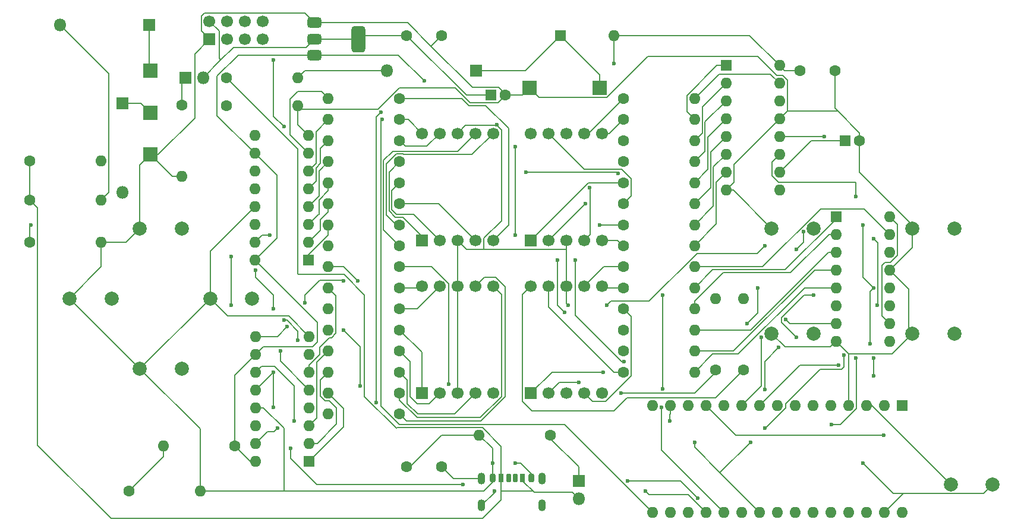
<source format=gtl>
%TF.GenerationSoftware,KiCad,Pcbnew,8.0.3*%
%TF.CreationDate,2024-07-14T00:03:07-05:00*%
%TF.ProjectId,Controller,436f6e74-726f-46c6-9c65-722e6b696361,rev?*%
%TF.SameCoordinates,Original*%
%TF.FileFunction,Copper,L1,Top*%
%TF.FilePolarity,Positive*%
%FSLAX46Y46*%
G04 Gerber Fmt 4.6, Leading zero omitted, Abs format (unit mm)*
G04 Created by KiCad (PCBNEW 8.0.3) date 2024-07-14 00:03:07*
%MOMM*%
%LPD*%
G01*
G04 APERTURE LIST*
G04 Aperture macros list*
%AMRoundRect*
0 Rectangle with rounded corners*
0 $1 Rounding radius*
0 $2 $3 $4 $5 $6 $7 $8 $9 X,Y pos of 4 corners*
0 Add a 4 corners polygon primitive as box body*
4,1,4,$2,$3,$4,$5,$6,$7,$8,$9,$2,$3,0*
0 Add four circle primitives for the rounded corners*
1,1,$1+$1,$2,$3*
1,1,$1+$1,$4,$5*
1,1,$1+$1,$6,$7*
1,1,$1+$1,$8,$9*
0 Add four rect primitives between the rounded corners*
20,1,$1+$1,$2,$3,$4,$5,0*
20,1,$1+$1,$4,$5,$6,$7,0*
20,1,$1+$1,$6,$7,$8,$9,0*
20,1,$1+$1,$8,$9,$2,$3,0*%
G04 Aperture macros list end*
%TA.AperFunction,ComponentPad*%
%ADD10C,2.000000*%
%TD*%
%TA.AperFunction,ComponentPad*%
%ADD11C,1.600000*%
%TD*%
%TA.AperFunction,ComponentPad*%
%ADD12O,1.600000X1.600000*%
%TD*%
%TA.AperFunction,ComponentPad*%
%ADD13RoundRect,0.250001X-0.799999X-0.799999X0.799999X-0.799999X0.799999X0.799999X-0.799999X0.799999X0*%
%TD*%
%TA.AperFunction,ComponentPad*%
%ADD14R,1.700000X1.700000*%
%TD*%
%TA.AperFunction,ComponentPad*%
%ADD15C,1.700000*%
%TD*%
%TA.AperFunction,ComponentPad*%
%ADD16R,1.600000X1.600000*%
%TD*%
%TA.AperFunction,ComponentPad*%
%ADD17R,1.800000X1.800000*%
%TD*%
%TA.AperFunction,ComponentPad*%
%ADD18O,1.800000X1.800000*%
%TD*%
%TA.AperFunction,ComponentPad*%
%ADD19RoundRect,0.250001X-0.799999X0.799999X-0.799999X-0.799999X0.799999X-0.799999X0.799999X0.799999X0*%
%TD*%
%TA.AperFunction,SMDPad,CuDef*%
%ADD20RoundRect,0.175000X-0.175000X-0.425000X0.175000X-0.425000X0.175000X0.425000X-0.175000X0.425000X0*%
%TD*%
%TA.AperFunction,SMDPad,CuDef*%
%ADD21RoundRect,0.190000X0.190000X0.410000X-0.190000X0.410000X-0.190000X-0.410000X0.190000X-0.410000X0*%
%TD*%
%TA.AperFunction,SMDPad,CuDef*%
%ADD22RoundRect,0.200000X0.200000X0.400000X-0.200000X0.400000X-0.200000X-0.400000X0.200000X-0.400000X0*%
%TD*%
%TA.AperFunction,SMDPad,CuDef*%
%ADD23RoundRect,0.175000X0.175000X0.425000X-0.175000X0.425000X-0.175000X-0.425000X0.175000X-0.425000X0*%
%TD*%
%TA.AperFunction,SMDPad,CuDef*%
%ADD24RoundRect,0.190000X-0.190000X-0.410000X0.190000X-0.410000X0.190000X0.410000X-0.190000X0.410000X0*%
%TD*%
%TA.AperFunction,SMDPad,CuDef*%
%ADD25RoundRect,0.200000X-0.200000X-0.400000X0.200000X-0.400000X0.200000X0.400000X-0.200000X0.400000X0*%
%TD*%
%TA.AperFunction,ComponentPad*%
%ADD26O,1.100000X1.700000*%
%TD*%
%TA.AperFunction,SMDPad,CuDef*%
%ADD27RoundRect,0.375000X-0.625000X-0.375000X0.625000X-0.375000X0.625000X0.375000X-0.625000X0.375000X0*%
%TD*%
%TA.AperFunction,SMDPad,CuDef*%
%ADD28RoundRect,0.500000X-0.500000X-1.400000X0.500000X-1.400000X0.500000X1.400000X-0.500000X1.400000X0*%
%TD*%
%TA.AperFunction,ViaPad*%
%ADD29C,0.600000*%
%TD*%
%TA.AperFunction,Conductor*%
%ADD30C,0.200000*%
%TD*%
G04 APERTURE END LIST*
D10*
%TO.P,SW7,1,1*%
%TO.N,GND*%
X152000000Y-70000000D03*
%TO.P,SW7,2,2*%
%TO.N,Net-(A1-D7)*%
X158000000Y-70000000D03*
%TD*%
D11*
%TO.P,R34,1*%
%TO.N,Net-(U10-A)*%
X130840000Y-75500000D03*
D12*
%TO.P,R34,2*%
%TO.N,Net-(U6-QA)*%
X141000000Y-75500000D03*
%TD*%
D11*
%TO.P,R6,1*%
%TO.N,Net-(D1-K)*%
X120500000Y-99500000D03*
D12*
%TO.P,R6,2*%
%TO.N,GND*%
X110340000Y-99500000D03*
%TD*%
D10*
%TO.P,SW3,1,1*%
%TO.N,GND*%
X52000000Y-80000000D03*
%TO.P,SW3,2,2*%
%TO.N,Net-(A1-D3)*%
X58000000Y-80000000D03*
%TD*%
D13*
%TO.P,J5,1,Pin_1*%
%TO.N,Net-(D3-K)*%
X63500000Y-53500000D03*
%TD*%
D11*
%TO.P,R24,1*%
%TO.N,Net-(U8-G)*%
X99000000Y-54500000D03*
D12*
%TO.P,R24,2*%
%TO.N,Net-(U4-QG)*%
X88840000Y-54500000D03*
%TD*%
D11*
%TO.P,FB1,1*%
%TO.N,GND*%
X100000000Y-104000000D03*
%TO.P,FB1,2*%
%TO.N,Net-(P1-SHIELD)*%
X105000000Y-104000000D03*
%TD*%
D10*
%TO.P,SW10,1,1*%
%TO.N,Net-(A1-~{RESET}-Pad3)*%
X177500000Y-106500000D03*
%TO.P,SW10,2,2*%
%TO.N,GND*%
X183500000Y-106500000D03*
%TD*%
D11*
%TO.P,R12,1*%
%TO.N,Net-(U7-C)*%
X130840000Y-57500000D03*
D12*
%TO.P,R12,2*%
%TO.N,Net-(U3-QC)*%
X141000000Y-57500000D03*
%TD*%
D11*
%TO.P,R27,1*%
%TO.N,Net-(U9-B)*%
X99000000Y-93500000D03*
D12*
%TO.P,R27,2*%
%TO.N,Net-(U5-QB)*%
X88840000Y-93500000D03*
%TD*%
D11*
%TO.P,R10,1*%
%TO.N,Net-(U7-A)*%
X130840000Y-51500000D03*
D12*
%TO.P,R10,2*%
%TO.N,Net-(U3-QA)*%
X141000000Y-51500000D03*
%TD*%
D14*
%TO.P,U7,1,E*%
%TO.N,Net-(U7-E)*%
X117669500Y-71719500D03*
D15*
%TO.P,U7,2,D*%
%TO.N,Net-(U7-D)*%
X120209500Y-71719500D03*
%TO.P,U7,3,CA*%
%TO.N,+4.8V*%
X122749500Y-71719500D03*
%TO.P,U7,4,C*%
%TO.N,Net-(U7-C)*%
X125289500Y-71719500D03*
%TO.P,U7,5,RDP*%
%TO.N,Net-(U7-RDP)*%
X127829500Y-71719500D03*
%TO.P,U7,6,B*%
%TO.N,Net-(U7-B)*%
X127829500Y-56479500D03*
%TO.P,U7,7,A*%
%TO.N,Net-(U7-A)*%
X125289500Y-56479500D03*
%TO.P,U7,8,CA*%
%TO.N,+4.8V*%
X122749500Y-56479500D03*
%TO.P,U7,9,F*%
%TO.N,Net-(U7-F)*%
X120209500Y-56479500D03*
%TO.P,U7,10,G*%
%TO.N,Net-(U7-G)*%
X117669500Y-56479500D03*
%TD*%
D11*
%TO.P,R7,1*%
%TO.N,+4.8V*%
X75500000Y-101000000D03*
D12*
%TO.P,R7,2*%
%TO.N,Net-(A1-A0)*%
X65340000Y-101000000D03*
%TD*%
D14*
%TO.P,U1,1,GND*%
%TO.N,GND*%
X71880000Y-43040000D03*
D15*
%TO.P,U1,2,VCC*%
%TO.N,+3.3V*%
X71880000Y-40500000D03*
%TO.P,U1,3,CE*%
%TO.N,Net-(A1-D10)*%
X74420000Y-43040000D03*
%TO.P,U1,4,~{CSN}*%
%TO.N,Net-(A1-A1)*%
X74420000Y-40500000D03*
%TO.P,U1,5,SCK*%
%TO.N,Net-(A1-SCK)*%
X76960000Y-43040000D03*
%TO.P,U1,6,MOSI*%
%TO.N,Net-(A1-MOSI)*%
X76960000Y-40500000D03*
%TO.P,U1,7,MISO*%
%TO.N,Net-(A1-MISO)*%
X79500000Y-43040000D03*
%TO.P,U1,8,IRQ*%
%TO.N,unconnected-(U1-IRQ-Pad8)*%
X79500000Y-40500000D03*
%TD*%
D11*
%TO.P,R33,1*%
%TO.N,Net-(U9-RDP)*%
X99000000Y-75500000D03*
D12*
%TO.P,R33,2*%
%TO.N,Net-(U5-QH)*%
X88840000Y-75500000D03*
%TD*%
D11*
%TO.P,R3,1*%
%TO.N,Net-(D3-A)*%
X46340000Y-72000000D03*
D12*
%TO.P,R3,2*%
%TO.N,GND*%
X56500000Y-72000000D03*
%TD*%
D14*
%TO.P,U10,1,E*%
%TO.N,Net-(U10-E)*%
X117669500Y-93519500D03*
D15*
%TO.P,U10,2,D*%
%TO.N,Net-(U10-D)*%
X120209500Y-93519500D03*
%TO.P,U10,3,CA*%
%TO.N,+4.8V*%
X122749500Y-93519500D03*
%TO.P,U10,4,C*%
%TO.N,Net-(U10-C)*%
X125289500Y-93519500D03*
%TO.P,U10,5,RDP*%
%TO.N,Net-(U10-RDP)*%
X127829500Y-93519500D03*
%TO.P,U10,6,B*%
%TO.N,Net-(U10-B)*%
X127829500Y-78279500D03*
%TO.P,U10,7,A*%
%TO.N,Net-(U10-A)*%
X125289500Y-78279500D03*
%TO.P,U10,8,CA*%
%TO.N,+4.8V*%
X122749500Y-78279500D03*
%TO.P,U10,9,F*%
%TO.N,Net-(U10-F)*%
X120209500Y-78279500D03*
%TO.P,U10,10,G*%
%TO.N,Net-(U10-G)*%
X117669500Y-78279500D03*
%TD*%
D13*
%TO.P,J1,1,Pin_1*%
%TO.N,Net-(D4-K)*%
X63500000Y-47500000D03*
%TD*%
D16*
%TO.P,U3,1,QB*%
%TO.N,Net-(U3-QB)*%
X145500000Y-46760000D03*
D12*
%TO.P,U3,2,QC*%
%TO.N,Net-(U3-QC)*%
X145500000Y-49300000D03*
%TO.P,U3,3,QD*%
%TO.N,Net-(U3-QD)*%
X145500000Y-51840000D03*
%TO.P,U3,4,QE*%
%TO.N,Net-(U3-QE)*%
X145500000Y-54380000D03*
%TO.P,U3,5,QF*%
%TO.N,Net-(U3-QF)*%
X145500000Y-56920000D03*
%TO.P,U3,6,QG*%
%TO.N,Net-(U3-QG)*%
X145500000Y-59460000D03*
%TO.P,U3,7,QH*%
%TO.N,Net-(U3-QH)*%
X145500000Y-62000000D03*
%TO.P,U3,8,GND*%
%TO.N,GND*%
X145500000Y-64540000D03*
%TO.P,U3,9,QH'*%
%TO.N,Net-(U3-QH')*%
X153120000Y-64540000D03*
%TO.P,U3,10,~{SRCLR}*%
%TO.N,+4.8V*%
X153120000Y-62000000D03*
%TO.P,U3,11,SRCLK*%
%TO.N,Net-(A1-A3)*%
X153120000Y-59460000D03*
%TO.P,U3,12,RCLK*%
%TO.N,Net-(A1-A2)*%
X153120000Y-56920000D03*
%TO.P,U3,13,~{OE}*%
%TO.N,GND*%
X153120000Y-54380000D03*
%TO.P,U3,14,SER*%
%TO.N,Net-(A1-A6)*%
X153120000Y-51840000D03*
%TO.P,U3,15,QA*%
%TO.N,Net-(U3-QA)*%
X153120000Y-49300000D03*
%TO.P,U3,16,VCC*%
%TO.N,+4.8V*%
X153120000Y-46760000D03*
%TD*%
D11*
%TO.P,R29,1*%
%TO.N,Net-(U9-D)*%
X99000000Y-87500000D03*
D12*
%TO.P,R29,2*%
%TO.N,Net-(U5-QD)*%
X88840000Y-87500000D03*
%TD*%
D16*
%TO.P,A1,1,TX1*%
%TO.N,unconnected-(A1-TX1-Pad1)*%
X170580000Y-95260000D03*
D12*
%TO.P,A1,2,RX1*%
%TO.N,unconnected-(A1-RX1-Pad2)*%
X168040000Y-95260000D03*
%TO.P,A1,3,~{RESET}*%
%TO.N,Net-(A1-~{RESET}-Pad3)*%
X165500000Y-95260000D03*
%TO.P,A1,4,GND*%
%TO.N,GND*%
X162960000Y-95260000D03*
%TO.P,A1,5,D2*%
%TO.N,Net-(A1-D2)*%
X160420000Y-95260000D03*
%TO.P,A1,6,D3*%
%TO.N,Net-(A1-D3)*%
X157880000Y-95260000D03*
%TO.P,A1,7,D4*%
%TO.N,Net-(A1-D4)*%
X155340000Y-95260000D03*
%TO.P,A1,8,D5*%
%TO.N,Net-(A1-D5)*%
X152800000Y-95260000D03*
%TO.P,A1,9,D6*%
%TO.N,Net-(A1-D6)*%
X150260000Y-95260000D03*
%TO.P,A1,10,D7*%
%TO.N,Net-(A1-D7)*%
X147720000Y-95260000D03*
%TO.P,A1,11,D8*%
%TO.N,Net-(A1-D8)*%
X145180000Y-95260000D03*
%TO.P,A1,12,D9*%
%TO.N,Net-(A1-D9)*%
X142640000Y-95260000D03*
%TO.P,A1,13,D10*%
%TO.N,Net-(A1-D10)*%
X140100000Y-95260000D03*
%TO.P,A1,14,MOSI*%
%TO.N,Net-(A1-MOSI)*%
X137560000Y-95260000D03*
%TO.P,A1,15,MISO*%
%TO.N,Net-(A1-MISO)*%
X135020000Y-95260000D03*
%TO.P,A1,16,SCK*%
%TO.N,Net-(A1-SCK)*%
X135020000Y-110500000D03*
%TO.P,A1,17,3V3*%
%TO.N,unconnected-(A1-3V3-Pad17)*%
X137560000Y-110500000D03*
%TO.P,A1,18,AREF*%
%TO.N,unconnected-(A1-AREF-Pad18)*%
X140100000Y-110500000D03*
%TO.P,A1,19,A0*%
%TO.N,Net-(A1-A0)*%
X142640000Y-110500000D03*
%TO.P,A1,20,A1*%
%TO.N,Net-(A1-A1)*%
X145180000Y-110500000D03*
%TO.P,A1,21,A2*%
%TO.N,Net-(A1-A2)*%
X147720000Y-110500000D03*
%TO.P,A1,22,A3*%
%TO.N,Net-(A1-A3)*%
X150260000Y-110500000D03*
%TO.P,A1,23,SDA/A4*%
%TO.N,unconnected-(A1-SDA{slash}A4-Pad23)*%
X152800000Y-110500000D03*
%TO.P,A1,24,SCL/A5*%
%TO.N,unconnected-(A1-SCL{slash}A5-Pad24)*%
X155340000Y-110500000D03*
%TO.P,A1,25,A6*%
%TO.N,Net-(A1-A6)*%
X157880000Y-110500000D03*
%TO.P,A1,26,A7*%
%TO.N,unconnected-(A1-A7-Pad26)*%
X160420000Y-110500000D03*
%TO.P,A1,27,+5V*%
%TO.N,+4.8V*%
X162960000Y-110500000D03*
%TO.P,A1,28,~{RESET}*%
%TO.N,unconnected-(A1-~{RESET}-Pad28)*%
X165500000Y-110500000D03*
%TO.P,A1,29,GND*%
%TO.N,GND*%
X168040000Y-110500000D03*
%TO.P,A1,30,VIN*%
%TO.N,unconnected-(A1-VIN-Pad30)*%
X170580000Y-110500000D03*
%TD*%
D11*
%TO.P,C2,1*%
%TO.N,+4.8V*%
X156000000Y-47500000D03*
%TO.P,C2,2*%
%TO.N,GND*%
X161000000Y-47500000D03*
%TD*%
%TO.P,R13,1*%
%TO.N,Net-(U7-D)*%
X130840000Y-60500000D03*
D12*
%TO.P,R13,2*%
%TO.N,Net-(U3-QD)*%
X141000000Y-60500000D03*
%TD*%
D16*
%TO.P,C1,1*%
%TO.N,+4.8V*%
X162500000Y-57500000D03*
D11*
%TO.P,C1,2*%
%TO.N,GND*%
X164500000Y-57500000D03*
%TD*%
D10*
%TO.P,SW9,1,1*%
%TO.N,GND*%
X172000000Y-85000000D03*
%TO.P,SW9,2,2*%
%TO.N,Net-(A1-D9)*%
X178000000Y-85000000D03*
%TD*%
D17*
%TO.P,D5,1,K*%
%TO.N,Net-(D5-K)*%
X68455000Y-48500000D03*
D18*
%TO.P,D5,2,A*%
%TO.N,+3.3V*%
X70995000Y-48500000D03*
%TD*%
D11*
%TO.P,R19,1*%
%TO.N,Net-(U8-B)*%
X99000000Y-69500000D03*
D12*
%TO.P,R19,2*%
%TO.N,Net-(U4-QB)*%
X88840000Y-69500000D03*
%TD*%
D10*
%TO.P,SW6,1,1*%
%TO.N,GND*%
X172000000Y-70000000D03*
%TO.P,SW6,2,2*%
%TO.N,Net-(A1-D6)*%
X178000000Y-70000000D03*
%TD*%
D11*
%TO.P,R1,1*%
%TO.N,+5V*%
X46340000Y-60400000D03*
D12*
%TO.P,R1,2*%
%TO.N,Net-(D3-A)*%
X56500000Y-60400000D03*
%TD*%
D11*
%TO.P,R28,1*%
%TO.N,Net-(U9-C)*%
X99000000Y-90500000D03*
D12*
%TO.P,R28,2*%
%TO.N,Net-(U5-QC)*%
X88840000Y-90500000D03*
%TD*%
D11*
%TO.P,R39,1*%
%TO.N,Net-(U10-F)*%
X130840000Y-90500000D03*
D12*
%TO.P,R39,2*%
%TO.N,Net-(U6-QF)*%
X141000000Y-90500000D03*
%TD*%
D11*
%TO.P,R9,1*%
%TO.N,Net-(D5-K)*%
X68000000Y-52420000D03*
D12*
%TO.P,R9,2*%
%TO.N,GND*%
X68000000Y-62580000D03*
%TD*%
D10*
%TO.P,SW2,1,1*%
%TO.N,GND*%
X62000000Y-70000000D03*
%TO.P,SW2,2,2*%
%TO.N,Net-(A1-D2)*%
X68000000Y-70000000D03*
%TD*%
D11*
%TO.P,R26,1*%
%TO.N,Net-(U9-A)*%
X99000000Y-96500000D03*
D12*
%TO.P,R26,2*%
%TO.N,Net-(U5-QA)*%
X88840000Y-96500000D03*
%TD*%
D11*
%TO.P,R15,1*%
%TO.N,Net-(U7-F)*%
X130840000Y-66500000D03*
D12*
%TO.P,R15,2*%
%TO.N,Net-(U3-QF)*%
X141000000Y-66500000D03*
%TD*%
D11*
%TO.P,R38,1*%
%TO.N,Net-(U10-E)*%
X130840000Y-87500000D03*
D12*
%TO.P,R38,2*%
%TO.N,Net-(U6-QE)*%
X141000000Y-87500000D03*
%TD*%
D11*
%TO.P,R16,1*%
%TO.N,Net-(U7-G)*%
X130840000Y-69500000D03*
D12*
%TO.P,R16,2*%
%TO.N,Net-(U3-QG)*%
X141000000Y-69500000D03*
%TD*%
D11*
%TO.P,R5,1*%
%TO.N,Net-(D2-A)*%
X74340000Y-52550000D03*
D12*
%TO.P,R5,2*%
%TO.N,GND*%
X84500000Y-52550000D03*
%TD*%
D11*
%TO.P,R36,1*%
%TO.N,Net-(U10-C)*%
X130840000Y-81500000D03*
D12*
%TO.P,R36,2*%
%TO.N,Net-(U6-QC)*%
X141000000Y-81500000D03*
%TD*%
D11*
%TO.P,R22,1*%
%TO.N,Net-(U8-E)*%
X99000000Y-60500000D03*
D12*
%TO.P,R22,2*%
%TO.N,Net-(U4-QE)*%
X88840000Y-60500000D03*
%TD*%
D16*
%TO.P,C3,1*%
%TO.N,+3.3V*%
X112000000Y-51000000D03*
D11*
%TO.P,C3,2*%
%TO.N,GND*%
X114000000Y-51000000D03*
%TD*%
D16*
%TO.P,U5,1,QB*%
%TO.N,Net-(U5-QB)*%
X86120000Y-103200000D03*
D12*
%TO.P,U5,2,QC*%
%TO.N,Net-(U5-QC)*%
X86120000Y-100660000D03*
%TO.P,U5,3,QD*%
%TO.N,Net-(U5-QD)*%
X86120000Y-98120000D03*
%TO.P,U5,4,QE*%
%TO.N,Net-(U5-QE)*%
X86120000Y-95580000D03*
%TO.P,U5,5,QF*%
%TO.N,Net-(U5-QF)*%
X86120000Y-93040000D03*
%TO.P,U5,6,QG*%
%TO.N,Net-(U5-QG)*%
X86120000Y-90500000D03*
%TO.P,U5,7,QH*%
%TO.N,Net-(U5-QH)*%
X86120000Y-87960000D03*
%TO.P,U5,8,GND*%
%TO.N,GND*%
X86120000Y-85420000D03*
%TO.P,U5,9,QH'*%
%TO.N,Net-(U5-QH')*%
X78500000Y-85420000D03*
%TO.P,U5,10,~{SRCLR}*%
%TO.N,+4.8V*%
X78500000Y-87960000D03*
%TO.P,U5,11,SRCLK*%
%TO.N,Net-(A1-A3)*%
X78500000Y-90500000D03*
%TO.P,U5,12,RCLK*%
%TO.N,Net-(A1-A2)*%
X78500000Y-93040000D03*
%TO.P,U5,13,~{OE}*%
%TO.N,GND*%
X78500000Y-95580000D03*
%TO.P,U5,14,SER*%
%TO.N,Net-(U4-QH')*%
X78500000Y-98120000D03*
%TO.P,U5,15,QA*%
%TO.N,Net-(U5-QA)*%
X78500000Y-100660000D03*
%TO.P,U5,16,VCC*%
%TO.N,+4.8V*%
X78500000Y-103200000D03*
%TD*%
D11*
%TO.P,R2,1*%
%TO.N,+5V*%
X46340000Y-66000000D03*
D12*
%TO.P,R2,2*%
%TO.N,Net-(D4-A)*%
X56500000Y-66000000D03*
%TD*%
D11*
%TO.P,R23,1*%
%TO.N,Net-(U8-F)*%
X99000000Y-57500000D03*
D12*
%TO.P,R23,2*%
%TO.N,Net-(U4-QF)*%
X88840000Y-57500000D03*
%TD*%
D19*
%TO.P,J3,1,Pin_1*%
%TO.N,GND*%
X117500000Y-50000000D03*
%TD*%
D11*
%TO.P,R37,1*%
%TO.N,Net-(U10-D)*%
X130840000Y-84500000D03*
D12*
%TO.P,R37,2*%
%TO.N,Net-(U6-QD)*%
X141000000Y-84500000D03*
%TD*%
D11*
%TO.P,R40,1*%
%TO.N,Net-(U10-G)*%
X148000000Y-90160000D03*
D12*
%TO.P,R40,2*%
%TO.N,Net-(U6-QG)*%
X148000000Y-80000000D03*
%TD*%
D16*
%TO.P,SW1,1,A*%
%TO.N,Net-(D2-K)*%
X121880000Y-42500000D03*
D12*
%TO.P,SW1,2,B*%
%TO.N,+4.8V*%
X129500000Y-42500000D03*
%TD*%
D16*
%TO.P,U4,1,QB*%
%TO.N,Net-(U4-QB)*%
X86000000Y-74540000D03*
D12*
%TO.P,U4,2,QC*%
%TO.N,Net-(U4-QC)*%
X86000000Y-72000000D03*
%TO.P,U4,3,QD*%
%TO.N,Net-(U4-QD)*%
X86000000Y-69460000D03*
%TO.P,U4,4,QE*%
%TO.N,Net-(U4-QE)*%
X86000000Y-66920000D03*
%TO.P,U4,5,QF*%
%TO.N,Net-(U4-QF)*%
X86000000Y-64380000D03*
%TO.P,U4,6,QG*%
%TO.N,Net-(U4-QG)*%
X86000000Y-61840000D03*
%TO.P,U4,7,QH*%
%TO.N,Net-(U4-QH)*%
X86000000Y-59300000D03*
%TO.P,U4,8,GND*%
%TO.N,GND*%
X86000000Y-56760000D03*
%TO.P,U4,9,QH'*%
%TO.N,Net-(U4-QH')*%
X78380000Y-56760000D03*
%TO.P,U4,10,~{SRCLR}*%
%TO.N,+4.8V*%
X78380000Y-59300000D03*
%TO.P,U4,11,SRCLK*%
%TO.N,Net-(A1-A3)*%
X78380000Y-61840000D03*
%TO.P,U4,12,RCLK*%
%TO.N,Net-(A1-A2)*%
X78380000Y-64380000D03*
%TO.P,U4,13,~{OE}*%
%TO.N,GND*%
X78380000Y-66920000D03*
%TO.P,U4,14,SER*%
%TO.N,Net-(U3-QH')*%
X78380000Y-69460000D03*
%TO.P,U4,15,QA*%
%TO.N,Net-(U4-QA)*%
X78380000Y-72000000D03*
%TO.P,U4,16,VCC*%
%TO.N,+4.8V*%
X78380000Y-74540000D03*
%TD*%
D14*
%TO.P,U8,1,E*%
%TO.N,Net-(U8-E)*%
X102169500Y-71719500D03*
D15*
%TO.P,U8,2,D*%
%TO.N,Net-(U8-D)*%
X104709500Y-71719500D03*
%TO.P,U8,3,CA*%
%TO.N,+4.8V*%
X107249500Y-71719500D03*
%TO.P,U8,4,C*%
%TO.N,Net-(U8-C)*%
X109789500Y-71719500D03*
%TO.P,U8,5,RDP*%
%TO.N,Net-(U8-RDP)*%
X112329500Y-71719500D03*
%TO.P,U8,6,B*%
%TO.N,Net-(U8-B)*%
X112329500Y-56479500D03*
%TO.P,U8,7,A*%
%TO.N,Net-(U8-A)*%
X109789500Y-56479500D03*
%TO.P,U8,8,CA*%
%TO.N,+4.8V*%
X107249500Y-56479500D03*
%TO.P,U8,9,F*%
%TO.N,Net-(U8-F)*%
X104709500Y-56479500D03*
%TO.P,U8,10,G*%
%TO.N,Net-(U8-G)*%
X102169500Y-56479500D03*
%TD*%
D20*
%TO.P,P1,A5,CC*%
%TO.N,unconnected-(P1-CC-PadA5)*%
X114500000Y-105620000D03*
D21*
%TO.P,P1,A9,VBUS*%
%TO.N,+5V*%
X116520000Y-105620000D03*
D22*
%TO.P,P1,A12,GND*%
%TO.N,GND*%
X117750000Y-105620000D03*
D23*
%TO.P,P1,B5,VCONN*%
%TO.N,unconnected-(P1-VCONN-PadB5)*%
X115500000Y-105620000D03*
D24*
%TO.P,P1,B9,VBUS*%
%TO.N,+5V*%
X113480000Y-105620000D03*
D25*
%TO.P,P1,B12,GND*%
%TO.N,GND*%
X112250000Y-105620000D03*
D26*
%TO.P,P1,S1,SHIELD*%
%TO.N,Net-(P1-SHIELD)*%
X110680000Y-105700000D03*
X110680000Y-109500000D03*
X119320000Y-105700000D03*
X119320000Y-109500000D03*
%TD*%
D16*
%TO.P,U6,1,QB*%
%TO.N,Net-(U6-QB)*%
X161166487Y-68307747D03*
D12*
%TO.P,U6,2,QC*%
%TO.N,Net-(U6-QC)*%
X161166487Y-70847747D03*
%TO.P,U6,3,QD*%
%TO.N,Net-(U6-QD)*%
X161166487Y-73387747D03*
%TO.P,U6,4,QE*%
%TO.N,Net-(U6-QE)*%
X161166487Y-75927747D03*
%TO.P,U6,5,QF*%
%TO.N,Net-(U6-QF)*%
X161166487Y-78467747D03*
%TO.P,U6,6,QG*%
%TO.N,Net-(U6-QG)*%
X161166487Y-81007747D03*
%TO.P,U6,7,QH*%
%TO.N,Net-(U6-QH)*%
X161166487Y-83547747D03*
%TO.P,U6,8,GND*%
%TO.N,GND*%
X161166487Y-86087747D03*
%TO.P,U6,9,QH'*%
%TO.N,unconnected-(U6-QH'-Pad9)*%
X168786487Y-86087747D03*
%TO.P,U6,10,~{SRCLR}*%
%TO.N,+4.8V*%
X168786487Y-83547747D03*
%TO.P,U6,11,SRCLK*%
%TO.N,Net-(A1-A3)*%
X168786487Y-81007747D03*
%TO.P,U6,12,RCLK*%
%TO.N,Net-(A1-A2)*%
X168786487Y-78467747D03*
%TO.P,U6,13,~{OE}*%
%TO.N,GND*%
X168786487Y-75927747D03*
%TO.P,U6,14,SER*%
%TO.N,Net-(U5-QH')*%
X168786487Y-73387747D03*
%TO.P,U6,15,QA*%
%TO.N,Net-(U6-QA)*%
X168786487Y-70847747D03*
%TO.P,U6,16,VCC*%
%TO.N,+4.8V*%
X168786487Y-68307747D03*
%TD*%
D17*
%TO.P,D1,1,K*%
%TO.N,Net-(D1-K)*%
X124500000Y-106000000D03*
D18*
%TO.P,D1,2,A*%
%TO.N,+5V*%
X124500000Y-108540000D03*
%TD*%
D10*
%TO.P,SW4,1,1*%
%TO.N,GND*%
X62000000Y-90000000D03*
%TO.P,SW4,2,2*%
%TO.N,Net-(A1-D4)*%
X68000000Y-90000000D03*
%TD*%
D13*
%TO.P,J2,1,Pin_1*%
%TO.N,GND*%
X63500000Y-59500000D03*
%TD*%
D11*
%TO.P,R20,1*%
%TO.N,Net-(U8-C)*%
X99000000Y-66500000D03*
D12*
%TO.P,R20,2*%
%TO.N,Net-(U4-QC)*%
X88840000Y-66500000D03*
%TD*%
D11*
%TO.P,R35,1*%
%TO.N,Net-(U10-B)*%
X130840000Y-78500000D03*
D12*
%TO.P,R35,2*%
%TO.N,Net-(U6-QB)*%
X141000000Y-78500000D03*
%TD*%
D17*
%TO.P,D4,1,K*%
%TO.N,Net-(D4-K)*%
X63350000Y-41000000D03*
D18*
%TO.P,D4,2,A*%
%TO.N,Net-(D4-A)*%
X50650000Y-41000000D03*
%TD*%
D11*
%TO.P,R21,1*%
%TO.N,Net-(U8-D)*%
X99000000Y-63500000D03*
D12*
%TO.P,R21,2*%
%TO.N,Net-(U4-QD)*%
X88840000Y-63500000D03*
%TD*%
D11*
%TO.P,R32,1*%
%TO.N,Net-(U9-G)*%
X99000000Y-78500000D03*
D12*
%TO.P,R32,2*%
%TO.N,Net-(U5-QG)*%
X88840000Y-78500000D03*
%TD*%
D11*
%TO.P,R31,1*%
%TO.N,Net-(U9-F)*%
X99000000Y-81500000D03*
D12*
%TO.P,R31,2*%
%TO.N,Net-(U5-QF)*%
X88840000Y-81500000D03*
%TD*%
D11*
%TO.P,R14,1*%
%TO.N,Net-(U7-E)*%
X130840000Y-63500000D03*
D12*
%TO.P,R14,2*%
%TO.N,Net-(U3-QE)*%
X141000000Y-63500000D03*
%TD*%
D17*
%TO.P,D2,1,K*%
%TO.N,Net-(D2-K)*%
X109850000Y-47500000D03*
D18*
%TO.P,D2,2,A*%
%TO.N,Net-(D2-A)*%
X97150000Y-47500000D03*
%TD*%
D11*
%TO.P,R11,1*%
%TO.N,Net-(U7-B)*%
X130840000Y-54500000D03*
D12*
%TO.P,R11,2*%
%TO.N,Net-(U3-QB)*%
X141000000Y-54500000D03*
%TD*%
D17*
%TO.P,D3,1,K*%
%TO.N,Net-(D3-K)*%
X59500000Y-52150000D03*
D18*
%TO.P,D3,2,A*%
%TO.N,Net-(D3-A)*%
X59500000Y-64850000D03*
%TD*%
D11*
%TO.P,R30,1*%
%TO.N,Net-(U9-E)*%
X99000000Y-84500000D03*
D12*
%TO.P,R30,2*%
%TO.N,Net-(U5-QE)*%
X88840000Y-84500000D03*
%TD*%
D11*
%TO.P,R18,1*%
%TO.N,Net-(U8-A)*%
X99000000Y-72500000D03*
D12*
%TO.P,R18,2*%
%TO.N,Net-(U4-QA)*%
X88840000Y-72500000D03*
%TD*%
D10*
%TO.P,SW8,1,1*%
%TO.N,GND*%
X152000000Y-85000000D03*
%TO.P,SW8,2,2*%
%TO.N,Net-(A1-D8)*%
X158000000Y-85000000D03*
%TD*%
%TO.P,SW5,1,1*%
%TO.N,GND*%
X72000000Y-80000000D03*
%TO.P,SW5,2,2*%
%TO.N,Net-(A1-D5)*%
X78000000Y-80000000D03*
%TD*%
D11*
%TO.P,R41,1*%
%TO.N,Net-(U10-RDP)*%
X144000000Y-90160000D03*
D12*
%TO.P,R41,2*%
%TO.N,Net-(U6-QH)*%
X144000000Y-80000000D03*
%TD*%
D11*
%TO.P,C4,1*%
%TO.N,+3.3V*%
X100000000Y-42500000D03*
%TO.P,C4,2*%
%TO.N,GND*%
X105000000Y-42500000D03*
%TD*%
D14*
%TO.P,U9,1,E*%
%TO.N,Net-(U9-E)*%
X102169500Y-93519500D03*
D15*
%TO.P,U9,2,D*%
%TO.N,Net-(U9-D)*%
X104709500Y-93519500D03*
%TO.P,U9,3,CA*%
%TO.N,+4.8V*%
X107249500Y-93519500D03*
%TO.P,U9,4,C*%
%TO.N,Net-(U9-C)*%
X109789500Y-93519500D03*
%TO.P,U9,5,RDP*%
%TO.N,Net-(U9-RDP)*%
X112329500Y-93519500D03*
%TO.P,U9,6,B*%
%TO.N,Net-(U9-B)*%
X112329500Y-78279500D03*
%TO.P,U9,7,A*%
%TO.N,Net-(U9-A)*%
X109789500Y-78279500D03*
%TO.P,U9,8,CA*%
%TO.N,+4.8V*%
X107249500Y-78279500D03*
%TO.P,U9,9,F*%
%TO.N,Net-(U9-F)*%
X104709500Y-78279500D03*
%TO.P,U9,10,G*%
%TO.N,Net-(U9-G)*%
X102169500Y-78279500D03*
%TD*%
D19*
%TO.P,J6,1,Pin_1*%
%TO.N,Net-(D2-K)*%
X127500000Y-50000000D03*
%TD*%
D11*
%TO.P,R17,1*%
%TO.N,Net-(U7-RDP)*%
X130840000Y-72500000D03*
D12*
%TO.P,R17,2*%
%TO.N,Net-(U3-QH)*%
X141000000Y-72500000D03*
%TD*%
D11*
%TO.P,R25,1*%
%TO.N,Net-(U8-RDP)*%
X99000000Y-51500000D03*
D12*
%TO.P,R25,2*%
%TO.N,Net-(U4-QH)*%
X88840000Y-51500000D03*
%TD*%
D11*
%TO.P,R8,1*%
%TO.N,Net-(A1-A0)*%
X60420000Y-107500000D03*
D12*
%TO.P,R8,2*%
%TO.N,GND*%
X70580000Y-107500000D03*
%TD*%
D11*
%TO.P,R4,1*%
%TO.N,+5V*%
X74340000Y-48500000D03*
D12*
%TO.P,R4,2*%
%TO.N,Net-(D2-A)*%
X84500000Y-48500000D03*
%TD*%
D27*
%TO.P,U2,1,GND*%
%TO.N,GND*%
X86850000Y-40700000D03*
%TO.P,U2,2,VO*%
%TO.N,+3.3V*%
X86850000Y-43000000D03*
D28*
X93150000Y-43000000D03*
D27*
%TO.P,U2,3,VI*%
%TO.N,+4.8V*%
X86850000Y-45300000D03*
%TD*%
D29*
%TO.N,Net-(A1-A6)*%
X155500000Y-85500000D03*
X155500000Y-73000000D03*
X156505026Y-70505026D03*
X158000000Y-79500000D03*
%TO.N,Net-(A1-D8)*%
X153004265Y-86995735D03*
X151000000Y-93000000D03*
%TO.N,Net-(A1-D6)*%
X161500000Y-89500000D03*
%TO.N,GND*%
X112250000Y-103500000D03*
X115500000Y-103500000D03*
X165000000Y-103500000D03*
%TO.N,Net-(A1-SCK)*%
X96500000Y-54500000D03*
%TO.N,Net-(A1-D9)*%
X168000000Y-99500000D03*
%TO.N,Net-(A1-A3)*%
X141000000Y-100500000D03*
X84000000Y-97500000D03*
X167000000Y-81000000D03*
X164000000Y-65500000D03*
X75000000Y-81000000D03*
X75000000Y-74000000D03*
X162320238Y-88090027D03*
X149000000Y-100500000D03*
X151000000Y-98500000D03*
X166500000Y-71500000D03*
%TO.N,Net-(A1-A1)*%
X136500000Y-92900000D03*
X136500000Y-79500000D03*
X115500000Y-71000000D03*
X115500000Y-58400000D03*
X136292091Y-95547074D03*
%TO.N,Net-(A1-D7)*%
X148500000Y-83600000D03*
X150000000Y-78500000D03*
X150505026Y-85505026D03*
%TO.N,Net-(A1-D10)*%
X124000000Y-74500000D03*
X131000000Y-89000000D03*
%TO.N,Net-(A1-A2)*%
X83500000Y-101400000D03*
X78500000Y-76000000D03*
X81000000Y-95500000D03*
X81000000Y-81500000D03*
X166500000Y-78500000D03*
X166000000Y-86500000D03*
X131500000Y-106000000D03*
X141500000Y-108500000D03*
X160500000Y-98000000D03*
X108000000Y-106500000D03*
X159500000Y-56900000D03*
X165000000Y-69500000D03*
X81000000Y-90500000D03*
X164000000Y-88500000D03*
%TO.N,Net-(A1-A0)*%
X134000000Y-107500000D03*
%TO.N,+4.8V*%
X166500000Y-91000000D03*
X123000000Y-81000000D03*
X166500000Y-88500000D03*
X112846124Y-55232261D03*
X129500000Y-46500000D03*
X102500000Y-49000000D03*
%TO.N,Net-(A1-MOSI)*%
X95700000Y-94851473D03*
X137500000Y-97500000D03*
X96317996Y-53469467D03*
%TO.N,Net-(A1-MISO)*%
X82500000Y-55500000D03*
X121500000Y-74500000D03*
X122500000Y-82000000D03*
X81000000Y-46000000D03*
%TO.N,Net-(D3-A)*%
X46500000Y-69500000D03*
%TO.N,Net-(P1-SHIELD)*%
X112500000Y-107500000D03*
%TO.N,Net-(U7-C)*%
X126068765Y-64168765D03*
%TO.N,Net-(U7-D)*%
X125500000Y-66500000D03*
%TO.N,Net-(U7-G)*%
X127500000Y-69500000D03*
%TO.N,Net-(U4-QA)*%
X80500000Y-71000000D03*
%TO.N,Net-(U5-QA)*%
X81600000Y-98500000D03*
%TO.N,Net-(U5-QE)*%
X91000000Y-84500000D03*
X93400000Y-92500000D03*
%TO.N,Net-(U5-QF)*%
X82000000Y-87500000D03*
%TO.N,Net-(U5-QH)*%
X82500000Y-83100000D03*
X85500000Y-80600000D03*
X91000000Y-77500000D03*
X84500000Y-86000000D03*
X93000000Y-77500000D03*
%TO.N,Net-(U9-RDP)*%
X106000000Y-92200000D03*
%TO.N,Net-(U10-D)*%
X124500000Y-92000000D03*
%TO.N,Net-(U10-E)*%
X128000000Y-90500000D03*
%TO.N,Net-(U10-RDP)*%
X130500000Y-93500000D03*
%TO.N,Net-(U6-QH)*%
X154000000Y-83000000D03*
%TO.N,Net-(U3-QH')*%
X117000000Y-62000000D03*
X130094265Y-62200000D03*
%TO.N,Net-(U5-QH')*%
X128500000Y-81000000D03*
X151000000Y-72500000D03*
X83000000Y-84000000D03*
%TD*%
D30*
%TO.N,Net-(A1-A6)*%
X153400000Y-83400000D02*
X155500000Y-85500000D01*
X156651471Y-79500000D02*
X153400000Y-82751471D01*
X156505026Y-71994974D02*
X155500000Y-73000000D01*
X158000000Y-79500000D02*
X156651471Y-79500000D01*
X153400000Y-82751471D02*
X153400000Y-83400000D01*
X156505026Y-70505026D02*
X156505026Y-71994974D01*
%TO.N,Net-(A1-D8)*%
X151000000Y-89000000D02*
X151000000Y-93000000D01*
X153004265Y-86995735D02*
X151000000Y-89000000D01*
%TO.N,Net-(A1-D6)*%
X156020000Y-89500000D02*
X150260000Y-95260000D01*
X161500000Y-89500000D02*
X156020000Y-89500000D01*
%TO.N,GND*%
X117750000Y-105620000D02*
X117750000Y-105020000D01*
X112250000Y-106220000D02*
X112250000Y-105620000D01*
X66580000Y-62580000D02*
X63500000Y-59500000D01*
X69795000Y-45125000D02*
X71880000Y-43040000D01*
X98944365Y-50000000D02*
X106934314Y-50000000D01*
X168786487Y-75927747D02*
X172000000Y-72714234D01*
X86850000Y-40700000D02*
X100179899Y-40700000D01*
X145500000Y-64540000D02*
X146600000Y-63440000D01*
X70730000Y-41890000D02*
X70730000Y-39770000D01*
X134384744Y-45500000D02*
X150000000Y-45500000D01*
X109379899Y-49900000D02*
X113100000Y-49900000D01*
X165000000Y-103500000D02*
X169300000Y-107800000D01*
X113100000Y-49900000D02*
X114000000Y-50800000D01*
X117500000Y-50000000D02*
X118850000Y-51350000D01*
X164500000Y-56368630D02*
X164500000Y-57500000D01*
X79580000Y-95580000D02*
X82500000Y-98500000D01*
X72000000Y-73300000D02*
X78380000Y-66920000D01*
X153575635Y-48200000D02*
X154220000Y-48844365D01*
X154220000Y-48844365D02*
X154220000Y-53280000D01*
X84950000Y-53000000D02*
X95944365Y-53000000D01*
X85500000Y-39350000D02*
X86850000Y-40700000D01*
X62000000Y-61000000D02*
X63500000Y-59500000D01*
X161411370Y-53280000D02*
X161000000Y-52868630D01*
X84500000Y-52550000D02*
X84500000Y-55260000D01*
X162960000Y-87881260D02*
X169118740Y-87881260D01*
X172000000Y-85000000D02*
X171500000Y-84500000D01*
X52000000Y-80000000D02*
X56500000Y-75500000D01*
X171500000Y-84500000D02*
X171500000Y-78641260D01*
X161411370Y-53280000D02*
X164500000Y-56368630D01*
X56500000Y-72000000D02*
X60000000Y-72000000D01*
X152700000Y-48200000D02*
X153575635Y-48200000D01*
X82500000Y-107500000D02*
X110970000Y-107500000D01*
X100000000Y-104000000D02*
X100500000Y-104000000D01*
X64549999Y-59500000D02*
X69795000Y-54254999D01*
X103489949Y-44010051D02*
X109379899Y-49900000D01*
X169118740Y-87881260D02*
X172000000Y-85000000D01*
X105000000Y-99500000D02*
X110340000Y-99500000D01*
X78500000Y-95580000D02*
X79580000Y-95580000D01*
X82500000Y-98500000D02*
X82500000Y-107500000D01*
X72000000Y-80000000D02*
X72000000Y-73300000D01*
X106934314Y-50000000D02*
X109034314Y-52100000D01*
X100179899Y-40700000D02*
X103489949Y-44010051D01*
X83200000Y-82500000D02*
X74500000Y-82500000D01*
X128534744Y-51350000D02*
X134384744Y-45500000D01*
X62000000Y-90000000D02*
X52000000Y-80000000D01*
X154220000Y-53280000D02*
X161411370Y-53280000D01*
X170740000Y-107800000D02*
X168040000Y-110500000D01*
X70730000Y-39770000D02*
X71150000Y-39350000D01*
X152000000Y-70000000D02*
X146540000Y-64540000D01*
X69795000Y-54254999D02*
X69795000Y-45125000D01*
X182200000Y-107800000D02*
X170740000Y-107800000D01*
X62000000Y-70000000D02*
X62000000Y-61000000D01*
X114000000Y-51000000D02*
X116500000Y-51000000D01*
X62000000Y-90000000D02*
X70580000Y-98580000D01*
X162960000Y-87881260D02*
X161166487Y-86087747D01*
X146600000Y-63440000D02*
X146600000Y-60900000D01*
X72000000Y-80000000D02*
X62000000Y-90000000D01*
X70580000Y-107500000D02*
X70580000Y-98580000D01*
X74500000Y-82500000D02*
X72000000Y-80000000D01*
X112250000Y-105620000D02*
X112250000Y-103500000D01*
X113000000Y-52100000D02*
X114000000Y-51100000D01*
X78500000Y-96000000D02*
X78500000Y-95580000D01*
X60000000Y-72000000D02*
X62000000Y-70000000D01*
X183500000Y-106500000D02*
X182200000Y-107800000D01*
X172000000Y-72714234D02*
X172000000Y-70000000D01*
X114000000Y-51100000D02*
X114000000Y-51000000D01*
X116500000Y-51000000D02*
X117500000Y-50000000D01*
X56500000Y-75500000D02*
X56500000Y-72000000D01*
X117750000Y-105020000D02*
X116230000Y-103500000D01*
X172000000Y-70000000D02*
X172000000Y-69500000D01*
X164500000Y-62000000D02*
X164500000Y-57500000D01*
X109034314Y-52100000D02*
X113000000Y-52100000D01*
X114000000Y-50800000D02*
X114000000Y-51000000D01*
X172000000Y-69500000D02*
X164500000Y-62000000D01*
X154220000Y-53280000D02*
X153120000Y-54380000D01*
X110970000Y-107500000D02*
X112250000Y-106220000D01*
X112250000Y-103500000D02*
X112250000Y-101410000D01*
X71880000Y-43040000D02*
X70730000Y-41890000D01*
X63500000Y-59500000D02*
X64549999Y-59500000D01*
X103489949Y-44010051D02*
X105000000Y-42500000D01*
X169300000Y-107800000D02*
X170740000Y-107800000D01*
X112250000Y-101410000D02*
X110340000Y-99500000D01*
X68000000Y-62580000D02*
X66580000Y-62580000D01*
X171500000Y-78641260D02*
X168786487Y-75927747D01*
X150000000Y-45500000D02*
X152700000Y-48200000D01*
X160366488Y-86887746D02*
X153887746Y-86887746D01*
X146600000Y-60900000D02*
X153120000Y-54380000D01*
X161000000Y-52868630D02*
X161000000Y-47500000D01*
X95944365Y-53000000D02*
X98944365Y-50000000D01*
X146540000Y-64540000D02*
X145500000Y-64540000D01*
X84500000Y-55260000D02*
X86000000Y-56760000D01*
X162960000Y-95260000D02*
X162960000Y-87881260D01*
X118850000Y-51350000D02*
X128534744Y-51350000D01*
X71150000Y-39350000D02*
X85500000Y-39350000D01*
X84500000Y-52550000D02*
X84950000Y-53000000D01*
X70580000Y-107500000D02*
X82500000Y-107500000D01*
X153887746Y-86887746D02*
X152000000Y-85000000D01*
X86120000Y-85420000D02*
X83200000Y-82500000D01*
X161166487Y-86087747D02*
X160366488Y-86887746D01*
X100500000Y-104000000D02*
X105000000Y-99500000D01*
X116230000Y-103500000D02*
X115500000Y-103500000D01*
%TO.N,Net-(A1-SCK)*%
X96500000Y-54500000D02*
X96300000Y-54700000D01*
X98944365Y-98000000D02*
X122520000Y-98000000D01*
X96300000Y-95355635D02*
X98944365Y-98000000D01*
X122520000Y-98000000D02*
X135020000Y-110500000D01*
X96300000Y-54700000D02*
X96300000Y-95355635D01*
%TO.N,Net-(A1-D9)*%
X146880000Y-99500000D02*
X168000000Y-99500000D01*
X142640000Y-95260000D02*
X146880000Y-99500000D01*
%TO.N,Net-(A1-A3)*%
X75000000Y-74000000D02*
X75000000Y-81000000D01*
X154000000Y-95044365D02*
X158944365Y-90100000D01*
X164000000Y-63500000D02*
X164000000Y-65500000D01*
X78500000Y-90500000D02*
X79299999Y-89700001D01*
X141000000Y-101240000D02*
X144630000Y-104870000D01*
X167100000Y-80900000D02*
X167000000Y-81000000D01*
X162320238Y-89739762D02*
X162320238Y-88090027D01*
X161960000Y-90100000D02*
X162320238Y-89739762D01*
X166500000Y-71500000D02*
X167100000Y-72100000D01*
X167100000Y-72100000D02*
X167100000Y-80900000D01*
X163940000Y-63440000D02*
X164000000Y-63500000D01*
X79299999Y-89700001D02*
X81200001Y-89700001D01*
X144630000Y-104870000D02*
X149000000Y-100500000D01*
X144630000Y-104870000D02*
X150260000Y-110500000D01*
X81200001Y-89700001D02*
X84000000Y-92500000D01*
X84000000Y-92500000D02*
X84000000Y-97500000D01*
X152020000Y-60560000D02*
X152020000Y-62520000D01*
X151000000Y-98500000D02*
X151115635Y-98500000D01*
X152020000Y-62520000D02*
X152940000Y-63440000D01*
X152940000Y-63440000D02*
X163940000Y-63440000D01*
X154000000Y-95615635D02*
X154000000Y-95044365D01*
X153120000Y-59460000D02*
X152020000Y-60560000D01*
X141000000Y-100500000D02*
X141000000Y-101240000D01*
X151115635Y-98500000D02*
X154000000Y-95615635D01*
X158944365Y-90100000D02*
X161960000Y-90100000D01*
%TO.N,Net-(A1-~{RESET}-Pad3)*%
X177500000Y-106500000D02*
X166260000Y-95260000D01*
X166260000Y-95260000D02*
X165500000Y-95260000D01*
%TO.N,Net-(A1-A1)*%
X115500000Y-58400000D02*
X115500000Y-71000000D01*
X136292091Y-101612091D02*
X145180000Y-110500000D01*
X136500000Y-79500000D02*
X136500000Y-92900000D01*
X136292091Y-95547074D02*
X136292091Y-101612091D01*
%TO.N,Net-(A1-D7)*%
X150505026Y-92474974D02*
X147720000Y-95260000D01*
X150000000Y-78500000D02*
X150000000Y-82100000D01*
X150505026Y-85505026D02*
X150505026Y-92474974D01*
X150000000Y-82100000D02*
X148500000Y-83600000D01*
%TO.N,Net-(A1-D10)*%
X130600000Y-89000000D02*
X131000000Y-89000000D01*
X124000000Y-74500000D02*
X124000000Y-82400000D01*
X124000000Y-82400000D02*
X130600000Y-89000000D01*
%TO.N,Net-(A1-A2)*%
X81000000Y-90500000D02*
X81000000Y-90540000D01*
X81000000Y-79500000D02*
X81000000Y-81500000D01*
X83500000Y-101400000D02*
X83500000Y-102780000D01*
X153120000Y-56920000D02*
X159480000Y-56920000D01*
X160500000Y-98000000D02*
X161775635Y-98000000D01*
X81000000Y-90500000D02*
X81000000Y-95500000D01*
X131500000Y-106000000D02*
X139000000Y-106000000D01*
X139000000Y-106000000D02*
X141500000Y-108500000D01*
X166000000Y-79000000D02*
X166500000Y-78500000D01*
X87220000Y-106500000D02*
X108000000Y-106500000D01*
X159480000Y-56920000D02*
X159500000Y-56900000D01*
X165000000Y-69500000D02*
X165000000Y-77000000D01*
X78500000Y-76000000D02*
X78500000Y-77000000D01*
X161775635Y-98000000D02*
X164060000Y-95715635D01*
X83500000Y-102780000D02*
X87220000Y-106500000D01*
X78500000Y-77000000D02*
X81000000Y-79500000D01*
X81000000Y-90540000D02*
X78500000Y-93040000D01*
X165000000Y-77000000D02*
X166500000Y-78500000D01*
X164060000Y-95715635D02*
X164060000Y-88560000D01*
X164060000Y-88560000D02*
X164000000Y-88500000D01*
X166000000Y-86500000D02*
X166000000Y-79000000D01*
%TO.N,Net-(A1-A0)*%
X134500000Y-108000000D02*
X140140000Y-108000000D01*
X65340000Y-101000000D02*
X65340000Y-102580000D01*
X140140000Y-108000000D02*
X142640000Y-110500000D01*
X65340000Y-102580000D02*
X60420000Y-107500000D01*
X134000000Y-107500000D02*
X134500000Y-108000000D01*
%TO.N,+4.8V*%
X73000000Y-48284365D02*
X73000000Y-53920000D01*
X78500000Y-87960000D02*
X75500000Y-90960000D01*
X129500000Y-42500000D02*
X129500000Y-46500000D01*
X107249500Y-93519500D02*
X107249500Y-78279500D01*
X107249500Y-78279500D02*
X107249500Y-71719500D01*
X86850000Y-45300000D02*
X98800000Y-45300000D01*
X81500000Y-71420000D02*
X78380000Y-74540000D01*
X75500000Y-101000000D02*
X77700000Y-103200000D01*
X153120000Y-46760000D02*
X148860000Y-42500000D01*
X153860000Y-47500000D02*
X153120000Y-46760000D01*
X157620000Y-57500000D02*
X153120000Y-62000000D01*
X122749500Y-73000000D02*
X122749500Y-78279500D01*
X122749500Y-80749500D02*
X122749500Y-78279500D01*
X167686487Y-82447747D02*
X168786487Y-83547747D01*
X113500000Y-68922654D02*
X111000000Y-71422654D01*
X87240000Y-86195635D02*
X86575635Y-86860000D01*
X87240000Y-83400000D02*
X87240000Y-86195635D01*
X75500000Y-90960000D02*
X75500000Y-101000000D01*
X166500000Y-91000000D02*
X166500000Y-88500000D01*
X123000000Y-81000000D02*
X122749500Y-80749500D01*
X113500000Y-56023654D02*
X113500000Y-68922654D01*
X111000000Y-71422654D02*
X111000000Y-73000000D01*
X78380000Y-74540000D02*
X87240000Y-83400000D01*
X168786487Y-68307747D02*
X169886487Y-69407747D01*
X86850000Y-45300000D02*
X75984365Y-45300000D01*
X110135346Y-73000000D02*
X108530000Y-73000000D01*
X77700000Y-103200000D02*
X78500000Y-103200000D01*
X78500000Y-87960000D02*
X78500000Y-88000000D01*
X79600000Y-86860000D02*
X78500000Y-87960000D01*
X107249500Y-56479500D02*
X108399500Y-55329500D01*
X75984365Y-45300000D02*
X73000000Y-48284365D01*
X167686487Y-75313513D02*
X167686487Y-82447747D01*
X122749500Y-71719500D02*
X122749500Y-73000000D01*
X156000000Y-47500000D02*
X153860000Y-47500000D01*
X86575635Y-86860000D02*
X79600000Y-86860000D01*
X169886487Y-69407747D02*
X169886487Y-73843382D01*
X168172253Y-74827747D02*
X167686487Y-75313513D01*
X111000000Y-73000000D02*
X122749500Y-73000000D01*
X148860000Y-42500000D02*
X129500000Y-42500000D01*
X81500000Y-62420000D02*
X81500000Y-71420000D01*
X162500000Y-57500000D02*
X157620000Y-57500000D01*
X108399500Y-55329500D02*
X112805846Y-55329500D01*
X73000000Y-53920000D02*
X78380000Y-59300000D01*
X108530000Y-73000000D02*
X107249500Y-71719500D01*
X169886487Y-73843382D02*
X168902122Y-74827747D01*
X98800000Y-45300000D02*
X102500000Y-49000000D01*
X168902122Y-74827747D02*
X168172253Y-74827747D01*
X112805846Y-55329500D02*
X113500000Y-56023654D01*
X110135346Y-73000000D02*
X111000000Y-73000000D01*
X78380000Y-59300000D02*
X81500000Y-62420000D01*
%TO.N,Net-(A1-MOSI)*%
X137560000Y-96440000D02*
X137560000Y-95260000D01*
X96317996Y-53469467D02*
X95700000Y-54087463D01*
X137500000Y-97500000D02*
X137500000Y-96500000D01*
X95700000Y-54087463D02*
X95700000Y-94851473D01*
X137500000Y-96500000D02*
X137560000Y-96440000D01*
%TO.N,Net-(A1-MISO)*%
X122500000Y-82000000D02*
X121500000Y-81000000D01*
X81000000Y-46000000D02*
X81000000Y-54000000D01*
X121500000Y-81000000D02*
X121500000Y-74500000D01*
X81000000Y-54000000D02*
X82500000Y-55500000D01*
%TO.N,+3.3V*%
X73270000Y-41890000D02*
X73270000Y-45770000D01*
X71880000Y-40500000D02*
X73270000Y-41890000D01*
X85660000Y-44190000D02*
X75305000Y-44190000D01*
X93150000Y-43000000D02*
X86850000Y-43000000D01*
X100000000Y-42500000D02*
X108500000Y-51000000D01*
X73270000Y-45770000D02*
X73497500Y-45997500D01*
X108500000Y-51000000D02*
X112000000Y-51000000D01*
X100000000Y-42500000D02*
X93650000Y-42500000D01*
X75305000Y-44190000D02*
X73497500Y-45997500D01*
X73497500Y-45997500D02*
X70995000Y-48500000D01*
X86850000Y-43000000D02*
X85660000Y-44190000D01*
X93650000Y-42500000D02*
X93150000Y-43000000D01*
%TO.N,+5V*%
X94000000Y-79500000D02*
X91100000Y-76600000D01*
X98500000Y-98500000D02*
X94000000Y-94000000D01*
X124500000Y-108540000D02*
X123600000Y-107640000D01*
X118140000Y-107640000D02*
X118000000Y-107500000D01*
X84600000Y-76600000D02*
X84500000Y-76500000D01*
X113480000Y-105620000D02*
X113480000Y-101084365D01*
X57900000Y-111400000D02*
X110847768Y-111400000D01*
X46340000Y-66000000D02*
X47440000Y-67100000D01*
X46340000Y-60400000D02*
X46340000Y-66000000D01*
X110847768Y-111400000D02*
X113480000Y-108767768D01*
X123600000Y-107640000D02*
X118140000Y-107640000D01*
X84500000Y-58660000D02*
X74340000Y-48500000D01*
X110795635Y-98400000D02*
X98600000Y-98400000D01*
X84500000Y-76500000D02*
X84500000Y-58660000D01*
X47440000Y-100940000D02*
X57900000Y-111400000D01*
X118140000Y-107640000D02*
X116520000Y-106020000D01*
X113480000Y-107500000D02*
X113480000Y-105620000D01*
X47440000Y-67100000D02*
X47440000Y-100940000D01*
X116520000Y-106020000D02*
X116520000Y-105620000D01*
X91100000Y-76600000D02*
X84600000Y-76600000D01*
X118000000Y-107500000D02*
X113480000Y-107500000D01*
X98600000Y-98400000D02*
X98500000Y-98500000D01*
X113480000Y-101084365D02*
X110795635Y-98400000D01*
X94000000Y-94000000D02*
X94000000Y-79500000D01*
X113480000Y-108767768D02*
X113480000Y-107500000D01*
%TO.N,Net-(D1-K)*%
X120500000Y-100000000D02*
X124500000Y-104000000D01*
X120500000Y-99500000D02*
X120500000Y-100000000D01*
X124500000Y-104000000D02*
X124500000Y-106000000D01*
%TO.N,Net-(D2-K)*%
X127500000Y-48120000D02*
X121880000Y-42500000D01*
X116880000Y-47500000D02*
X121880000Y-42500000D01*
X127500000Y-50000000D02*
X127500000Y-48120000D01*
X109850000Y-47500000D02*
X116880000Y-47500000D01*
%TO.N,Net-(D2-A)*%
X85500000Y-47500000D02*
X84500000Y-48500000D01*
X97150000Y-47500000D02*
X85500000Y-47500000D01*
%TO.N,Net-(D3-A)*%
X46340000Y-72000000D02*
X46340000Y-69660000D01*
X46340000Y-69660000D02*
X46500000Y-69500000D01*
%TO.N,Net-(D3-K)*%
X62150000Y-52150000D02*
X63500000Y-53500000D01*
X59500000Y-52150000D02*
X62150000Y-52150000D01*
%TO.N,Net-(D4-A)*%
X56500000Y-66000000D02*
X57600000Y-64900000D01*
X57600000Y-64900000D02*
X57600000Y-47950000D01*
X57600000Y-47950000D02*
X50650000Y-41000000D01*
%TO.N,Net-(D4-K)*%
X62850000Y-47500000D02*
X63500000Y-47500000D01*
X63350000Y-41000000D02*
X63350000Y-47350000D01*
X63350000Y-47350000D02*
X63500000Y-47500000D01*
%TO.N,Net-(D5-K)*%
X68000000Y-48955000D02*
X68455000Y-48500000D01*
X68000000Y-52420000D02*
X68000000Y-48955000D01*
%TO.N,Net-(P1-SHIELD)*%
X110680000Y-105700000D02*
X106700000Y-105700000D01*
X106700000Y-105700000D02*
X105000000Y-104000000D01*
X110680000Y-109500000D02*
X112500000Y-107680000D01*
X112500000Y-107680000D02*
X112500000Y-107500000D01*
%TO.N,Net-(U3-QA)*%
X141000000Y-51500000D02*
X144500000Y-48000000D01*
X151820000Y-48000000D02*
X153120000Y-49300000D01*
X144500000Y-48000000D02*
X151820000Y-48000000D01*
%TO.N,Net-(U7-A)*%
X130840000Y-51500000D02*
X125860500Y-56479500D01*
X125860500Y-56479500D02*
X125289500Y-56479500D01*
%TO.N,Net-(U7-B)*%
X128860500Y-56479500D02*
X127829500Y-56479500D01*
X130840000Y-54500000D02*
X128860500Y-56479500D01*
%TO.N,Net-(U3-QB)*%
X144184365Y-46760000D02*
X139900000Y-51044365D01*
X145500000Y-46760000D02*
X144184365Y-46760000D01*
X139900000Y-51044365D02*
X139900000Y-53400000D01*
X139900000Y-53400000D02*
X141000000Y-54500000D01*
%TO.N,Net-(U7-C)*%
X125289500Y-71719500D02*
X126139500Y-70869500D01*
X126139500Y-70869500D02*
X126139500Y-64239500D01*
X126139500Y-64239500D02*
X126068765Y-64168765D01*
%TO.N,Net-(U3-QC)*%
X142100000Y-52700000D02*
X142100000Y-56400000D01*
X142100000Y-56400000D02*
X141000000Y-57500000D01*
X145500000Y-49300000D02*
X142100000Y-52700000D01*
%TO.N,Net-(U3-QD)*%
X145500000Y-51840000D02*
X142500000Y-54840000D01*
X142500000Y-59000000D02*
X141000000Y-60500000D01*
X142500000Y-54840000D02*
X142500000Y-59000000D01*
%TO.N,Net-(U7-D)*%
X125429000Y-66500000D02*
X125500000Y-66500000D01*
X120209500Y-71719500D02*
X125429000Y-66500000D01*
%TO.N,Net-(U7-E)*%
X130840000Y-63500000D02*
X125889000Y-63500000D01*
X125889000Y-63500000D02*
X117669500Y-71719500D01*
%TO.N,Net-(U3-QE)*%
X142900000Y-56980000D02*
X142900000Y-61600000D01*
X142900000Y-61600000D02*
X141000000Y-63500000D01*
X145500000Y-54380000D02*
X142900000Y-56980000D01*
%TO.N,Net-(U7-F)*%
X130840000Y-66500000D02*
X131940000Y-65400000D01*
X130600000Y-61600000D02*
X125330000Y-61600000D01*
X131940000Y-62940000D02*
X130600000Y-61600000D01*
X131940000Y-65400000D02*
X131940000Y-62940000D01*
X125330000Y-61600000D02*
X120209500Y-56479500D01*
%TO.N,Net-(U3-QF)*%
X143300000Y-59120000D02*
X143300000Y-64200000D01*
X145500000Y-56920000D02*
X143300000Y-59120000D01*
X143300000Y-64200000D02*
X141000000Y-66500000D01*
%TO.N,Net-(U3-QG)*%
X143700000Y-61260000D02*
X143700000Y-66800000D01*
X145500000Y-59460000D02*
X143700000Y-61260000D01*
X143700000Y-66800000D02*
X141000000Y-69500000D01*
%TO.N,Net-(U7-G)*%
X130840000Y-69500000D02*
X127500000Y-69500000D01*
%TO.N,Net-(U7-RDP)*%
X130059500Y-71719500D02*
X130840000Y-72500000D01*
X127829500Y-71719500D02*
X130059500Y-71719500D01*
%TO.N,Net-(U3-QH)*%
X145500000Y-62000000D02*
X144100000Y-63400000D01*
X144100000Y-69400000D02*
X141000000Y-72500000D01*
X144100000Y-63400000D02*
X144100000Y-69400000D01*
%TO.N,Net-(U4-QA)*%
X78380000Y-72000000D02*
X79380000Y-71000000D01*
X79380000Y-71000000D02*
X80500000Y-71000000D01*
%TO.N,Net-(U8-A)*%
X96700000Y-60300000D02*
X98000000Y-59000000D01*
X99000000Y-72500000D02*
X96700000Y-70200000D01*
X96700000Y-70200000D02*
X96700000Y-60300000D01*
X107269000Y-59000000D02*
X109789500Y-56479500D01*
X98000000Y-59000000D02*
X107269000Y-59000000D01*
%TO.N,Net-(U4-QB)*%
X88840000Y-70944365D02*
X88840000Y-69500000D01*
X86000000Y-74540000D02*
X86000000Y-73784365D01*
X86000000Y-73784365D02*
X88840000Y-70944365D01*
%TO.N,Net-(U8-B)*%
X97100000Y-60844365D02*
X98544365Y-59400000D01*
X99455635Y-59400000D02*
X99555635Y-59500000D01*
X99000000Y-69500000D02*
X98500000Y-69500000D01*
X109309000Y-59500000D02*
X112329500Y-56479500D01*
X98544365Y-59400000D02*
X99455635Y-59400000D01*
X98500000Y-69500000D02*
X97100000Y-68100000D01*
X99555635Y-59500000D02*
X109309000Y-59500000D01*
X97100000Y-68100000D02*
X97100000Y-60844365D01*
%TO.N,Net-(U4-QC)*%
X88840000Y-67660000D02*
X88840000Y-66500000D01*
X87740000Y-70260000D02*
X87740000Y-68760000D01*
X87740000Y-68760000D02*
X88840000Y-67660000D01*
X86000000Y-72000000D02*
X87740000Y-70260000D01*
%TO.N,Net-(U8-C)*%
X104570000Y-66500000D02*
X109789500Y-71719500D01*
X99000000Y-66500000D02*
X104570000Y-66500000D01*
%TO.N,Net-(U8-D)*%
X97900000Y-67334314D02*
X98565686Y-68000000D01*
X99000000Y-63500000D02*
X97900000Y-64600000D01*
X97900000Y-64600000D02*
X97900000Y-67334314D01*
X100990000Y-68000000D02*
X104709500Y-71719500D01*
X98565686Y-68000000D02*
X100990000Y-68000000D01*
%TO.N,Net-(U4-QD)*%
X88840000Y-64660000D02*
X88840000Y-63500000D01*
X87460000Y-68000000D02*
X87500000Y-68000000D01*
X86000000Y-69460000D02*
X87460000Y-68000000D01*
X87500000Y-66000000D02*
X88840000Y-64660000D01*
X87500000Y-68000000D02*
X87500000Y-66000000D01*
%TO.N,Net-(U4-QE)*%
X87500000Y-65420000D02*
X87500000Y-61840000D01*
X87500000Y-61840000D02*
X88840000Y-60500000D01*
X86000000Y-66920000D02*
X87500000Y-65420000D01*
%TO.N,Net-(U8-E)*%
X99455635Y-68400000D02*
X98400000Y-68400000D01*
X97500000Y-62000000D02*
X99000000Y-60500000D01*
X97500000Y-67500000D02*
X97500000Y-62000000D01*
X102169500Y-71719500D02*
X102169500Y-71113865D01*
X98400000Y-68400000D02*
X97500000Y-67500000D01*
X102169500Y-71113865D02*
X99455635Y-68400000D01*
%TO.N,Net-(U4-QF)*%
X87100000Y-63280000D02*
X87100000Y-61400000D01*
X86000000Y-64380000D02*
X87100000Y-63280000D01*
X87100000Y-61400000D02*
X87740000Y-60760000D01*
X87740000Y-58600000D02*
X88840000Y-57500000D01*
X87740000Y-60760000D02*
X87740000Y-58600000D01*
%TO.N,Net-(U8-F)*%
X99799999Y-58299999D02*
X102889001Y-58299999D01*
X99000000Y-57500000D02*
X99799999Y-58299999D01*
X102889001Y-58299999D02*
X104709500Y-56479500D01*
%TO.N,Net-(U4-QG)*%
X86000000Y-61840000D02*
X87100000Y-60740000D01*
X87100000Y-60740000D02*
X87100000Y-56240000D01*
X87100000Y-56240000D02*
X88840000Y-54500000D01*
%TO.N,Net-(U8-G)*%
X100190000Y-54500000D02*
X102169500Y-56479500D01*
X99000000Y-54500000D02*
X100190000Y-54500000D01*
%TO.N,Net-(U8-RDP)*%
X114500000Y-69549000D02*
X112329500Y-71719500D01*
X108868628Y-52500000D02*
X111250000Y-52500000D01*
X107868628Y-51500000D02*
X108868628Y-52500000D01*
X99000000Y-51500000D02*
X107868628Y-51500000D01*
X111250000Y-52500000D02*
X114500000Y-55750000D01*
X114500000Y-55750000D02*
X114500000Y-69549000D01*
%TO.N,Net-(U4-QH)*%
X83400000Y-51600000D02*
X84500000Y-50500000D01*
X87840000Y-50500000D02*
X88840000Y-51500000D01*
X86000000Y-59300000D02*
X83400000Y-56700000D01*
X83400000Y-56700000D02*
X83400000Y-51600000D01*
X84500000Y-50500000D02*
X87840000Y-50500000D01*
%TO.N,Net-(U5-QA)*%
X80160000Y-99000000D02*
X78500000Y-100660000D01*
X81600000Y-98500000D02*
X81100000Y-99000000D01*
X81100000Y-99000000D02*
X80160000Y-99000000D01*
%TO.N,Net-(U9-A)*%
X114000000Y-78323654D02*
X112676346Y-77000000D01*
X110541032Y-97500000D02*
X114000000Y-94041032D01*
X114000000Y-94041032D02*
X114000000Y-78323654D01*
X112676346Y-77000000D02*
X111069000Y-77000000D01*
X100000000Y-97500000D02*
X110541032Y-97500000D01*
X111069000Y-77000000D02*
X109789500Y-78279500D01*
X99000000Y-96500000D02*
X100000000Y-97500000D01*
%TO.N,Net-(U9-B)*%
X99000000Y-94500000D02*
X101500000Y-97000000D01*
X99000000Y-93500000D02*
X99000000Y-94500000D01*
X110475346Y-97000000D02*
X113500000Y-93975346D01*
X113500000Y-93975346D02*
X113500000Y-79450000D01*
X101500000Y-97000000D02*
X110475346Y-97000000D01*
X113500000Y-79450000D02*
X112329500Y-78279500D01*
%TO.N,Net-(U5-QB)*%
X91000000Y-98320000D02*
X91000000Y-95660000D01*
X86120000Y-103200000D02*
X91000000Y-98320000D01*
X91000000Y-95660000D02*
X88840000Y-93500000D01*
%TO.N,Net-(U9-C)*%
X106809000Y-96500000D02*
X109789500Y-93519500D01*
X101565686Y-96500000D02*
X106809000Y-96500000D01*
X100100000Y-91600000D02*
X100100000Y-95034314D01*
X100100000Y-95034314D02*
X101565686Y-96500000D01*
X99000000Y-90500000D02*
X100100000Y-91600000D01*
%TO.N,Net-(U5-QC)*%
X90000000Y-95600000D02*
X89000000Y-94600000D01*
X86120000Y-100660000D02*
X87251370Y-100660000D01*
X87740000Y-91600000D02*
X88840000Y-90500000D01*
X87740000Y-93955635D02*
X87740000Y-91600000D01*
X90000000Y-97911370D02*
X90000000Y-95600000D01*
X87251370Y-100660000D02*
X90000000Y-97911370D01*
X89000000Y-94600000D02*
X88384365Y-94600000D01*
X88384365Y-94600000D02*
X87740000Y-93955635D01*
%TO.N,Net-(U5-QD)*%
X87220000Y-89120000D02*
X88840000Y-87500000D01*
X87220000Y-97020000D02*
X87220000Y-89120000D01*
X86120000Y-98120000D02*
X87220000Y-97020000D01*
%TO.N,Net-(U9-D)*%
X99000000Y-87500000D02*
X100500000Y-89000000D01*
X101500000Y-95000000D02*
X103229000Y-95000000D01*
X100500000Y-94000000D02*
X101500000Y-95000000D01*
X100500000Y-89000000D02*
X100500000Y-94000000D01*
X103229000Y-95000000D02*
X104709500Y-93519500D01*
%TO.N,Net-(U9-E)*%
X102169500Y-87669500D02*
X102169500Y-93519500D01*
X99000000Y-84500000D02*
X102169500Y-87669500D01*
%TO.N,Net-(U5-QE)*%
X93400000Y-86900000D02*
X91000000Y-84500000D01*
X93400000Y-92500000D02*
X93400000Y-86900000D01*
%TO.N,Net-(U5-QF)*%
X82000000Y-88920000D02*
X82000000Y-87500000D01*
X86120000Y-93040000D02*
X82000000Y-88920000D01*
%TO.N,Net-(U9-F)*%
X99000000Y-81500000D02*
X101489000Y-81500000D01*
X101489000Y-81500000D02*
X104709500Y-78279500D01*
%TO.N,Net-(U9-G)*%
X101949000Y-78500000D02*
X102169500Y-78279500D01*
X99000000Y-78500000D02*
X101949000Y-78500000D01*
%TO.N,Net-(U5-QG)*%
X89940000Y-79600000D02*
X88840000Y-78500000D01*
X89940000Y-84955635D02*
X89940000Y-79600000D01*
X86120000Y-89515635D02*
X87640000Y-87995635D01*
X89295635Y-85600000D02*
X89940000Y-84955635D01*
X87640000Y-86960000D02*
X89000000Y-85600000D01*
X87640000Y-87995635D02*
X87640000Y-86960000D01*
X86120000Y-90500000D02*
X86120000Y-89515635D01*
X89000000Y-85600000D02*
X89295635Y-85600000D01*
%TO.N,Net-(U5-QH)*%
X93000000Y-77500000D02*
X91000000Y-75500000D01*
X85500000Y-79500000D02*
X87600000Y-77400000D01*
X90900000Y-77400000D02*
X91000000Y-77500000D01*
X84500000Y-84651471D02*
X82948529Y-83100000D01*
X91000000Y-75500000D02*
X88840000Y-75500000D01*
X85500000Y-80600000D02*
X85500000Y-79500000D01*
X82948529Y-83100000D02*
X82500000Y-83100000D01*
X84500000Y-86000000D02*
X84500000Y-84651471D01*
X87600000Y-77400000D02*
X90900000Y-77400000D01*
%TO.N,Net-(U9-RDP)*%
X103556346Y-75500000D02*
X106000000Y-77943654D01*
X99000000Y-75500000D02*
X103556346Y-75500000D01*
X106000000Y-77943654D02*
X106000000Y-92200000D01*
%TO.N,Net-(U6-QA)*%
X165146487Y-67207747D02*
X168786487Y-70847747D01*
X141000000Y-75500000D02*
X150661522Y-75500000D01*
X150661522Y-75500000D02*
X158953775Y-67207747D01*
X158953775Y-67207747D02*
X165146487Y-67207747D01*
%TO.N,Net-(U10-A)*%
X128069000Y-75500000D02*
X125289500Y-78279500D01*
X130840000Y-75500000D02*
X128069000Y-75500000D01*
%TO.N,Net-(U6-QB)*%
X141000000Y-78500000D02*
X143600000Y-75900000D01*
X143600000Y-75900000D02*
X153938478Y-75900000D01*
X161166487Y-68671991D02*
X161166487Y-68307747D01*
X153938478Y-75900000D02*
X161166487Y-68671991D01*
%TO.N,Net-(U10-B)*%
X130840000Y-78500000D02*
X128050000Y-78500000D01*
X128050000Y-78500000D02*
X127829500Y-78279500D01*
%TO.N,Net-(U10-C)*%
X131940000Y-91060000D02*
X128330500Y-94669500D01*
X130840000Y-81500000D02*
X131940000Y-82600000D01*
X131940000Y-82600000D02*
X131940000Y-91060000D01*
X128330500Y-94669500D02*
X126439500Y-94669500D01*
X126439500Y-94669500D02*
X125289500Y-93519500D01*
%TO.N,Net-(U6-QC)*%
X145068630Y-76300000D02*
X154700000Y-76300000D01*
X154700000Y-76300000D02*
X160152253Y-70847747D01*
X160152253Y-70847747D02*
X161166487Y-70847747D01*
X141000000Y-81500000D02*
X141000000Y-80368630D01*
X141000000Y-80368630D02*
X145068630Y-76300000D01*
%TO.N,Net-(U10-D)*%
X121729000Y-92000000D02*
X124500000Y-92000000D01*
X120209500Y-93519500D02*
X121729000Y-92000000D01*
%TO.N,Net-(U6-QD)*%
X160112253Y-73387747D02*
X161166487Y-73387747D01*
X149000000Y-84500000D02*
X160112253Y-73387747D01*
X141000000Y-84500000D02*
X149000000Y-84500000D01*
%TO.N,Net-(U6-QE)*%
X141000000Y-87500000D02*
X146565686Y-87500000D01*
X158137939Y-75927747D02*
X161166487Y-75927747D01*
X146565686Y-87500000D02*
X158137939Y-75927747D01*
%TO.N,Net-(U10-E)*%
X117669500Y-93519500D02*
X120689000Y-90500000D01*
X120689000Y-90500000D02*
X128000000Y-90500000D01*
%TO.N,Net-(U10-F)*%
X130840000Y-90500000D02*
X129500000Y-90500000D01*
X120209500Y-81209500D02*
X120209500Y-78279500D01*
X129500000Y-90500000D02*
X120209500Y-81209500D01*
%TO.N,Net-(U6-QF)*%
X156693775Y-78467747D02*
X161166487Y-78467747D01*
X143600000Y-87900000D02*
X147261522Y-87900000D01*
X141000000Y-90500000D02*
X143600000Y-87900000D01*
X147261522Y-87900000D02*
X156693775Y-78467747D01*
%TO.N,Net-(U10-G)*%
X116500000Y-94650000D02*
X116500000Y-79449000D01*
X129565686Y-96000000D02*
X117850000Y-96000000D01*
X117850000Y-96000000D02*
X116500000Y-94650000D01*
X148000000Y-90160000D02*
X144000000Y-94160000D01*
X116500000Y-79449000D02*
X117669500Y-78279500D01*
X144000000Y-94160000D02*
X131405686Y-94160000D01*
X131405686Y-94160000D02*
X129565686Y-96000000D01*
%TO.N,Net-(U10-RDP)*%
X141000000Y-93500000D02*
X130500000Y-93500000D01*
X144000000Y-90160000D02*
X144000000Y-90500000D01*
X144000000Y-90500000D02*
X141000000Y-93500000D01*
%TO.N,Net-(U6-QH)*%
X154547747Y-83547747D02*
X154000000Y-83000000D01*
X161166487Y-83547747D02*
X154547747Y-83547747D01*
%TO.N,Net-(U3-QH')*%
X117000000Y-62000000D02*
X129894265Y-62000000D01*
X129894265Y-62000000D02*
X130094265Y-62200000D01*
%TO.N,Net-(U5-QH')*%
X149900000Y-73600000D02*
X151000000Y-72500000D01*
X78500000Y-85420000D02*
X81580000Y-85420000D01*
X81580000Y-85420000D02*
X83000000Y-84000000D01*
X128500000Y-81000000D02*
X129100000Y-80400000D01*
X134544365Y-80400000D02*
X141344365Y-73600000D01*
X141344365Y-73600000D02*
X149900000Y-73600000D01*
X129100000Y-80400000D02*
X134544365Y-80400000D01*
%TD*%
M02*

</source>
